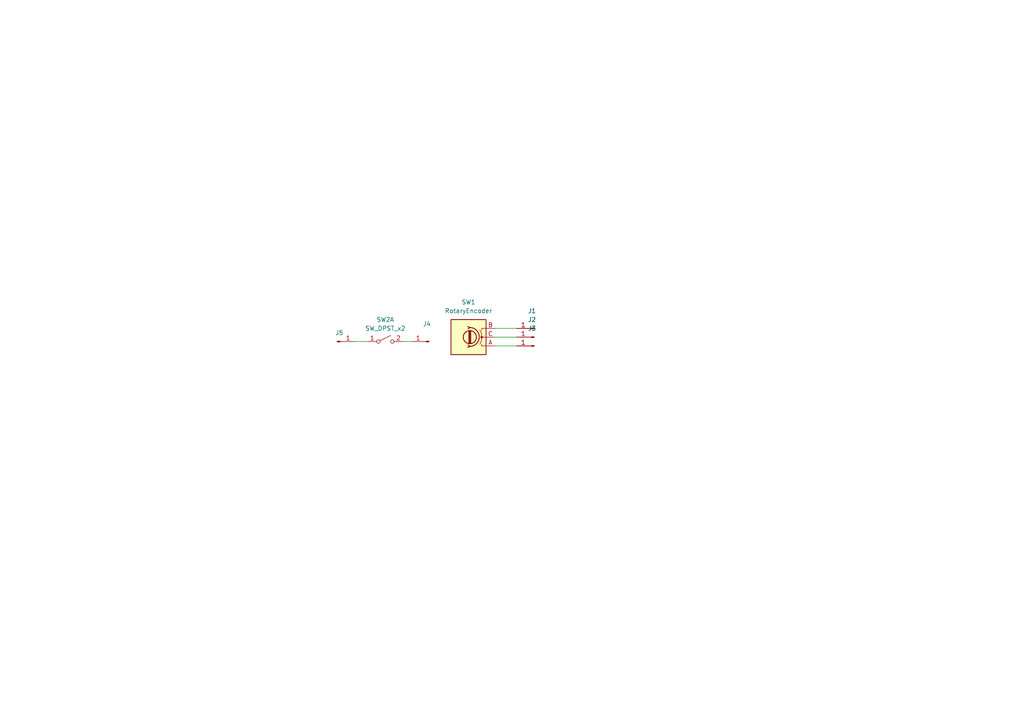
<source format=kicad_sch>
(kicad_sch (version 20231120) (generator "eeschema") (generator_version "8.0")
  (paper "A4")
  (lib_symbols
    (symbol "Connector:Conn_01x01_Pin" (pin_names (offset 1.016) hide)
      (property "Reference" "J" (at 0 2.54 0))
      (property "Value" "Conn_01x01_Pin" (at 0 -2.54 0))
      (symbol "Conn_01x01_Pin_1_1"
        (polyline (pts (xy 1.27 0) (xy 0.8636 0)) (stroke (width 0.1524)))
        (rectangle (start 0.8636 0.127) (end 0 -0.127) (stroke (width 0.1524)) (fill (type outline)))
        (pin passive line (at 5.08 0 180) (length 3.81) (name "Pin_1") (number "1"))
      )
    )
    (symbol "Device:RotaryEncoder" (pin_names (offset 0.254) hide)
      (property "Reference" "SW" (at 0 6.604 0))
      (property "Value" "RotaryEncoder" (at 0 -6.604 0))
      (symbol "RotaryEncoder_0_1"
        (rectangle (start -5.08 5.08) (end 5.08 -5.08) (stroke (width 0.254)) (fill (type background)))
        (circle (center -3.81 0) (radius 0.254) (fill (type outline)))
        (circle (center -0.381 0) (radius 1.905) (stroke (width 0.254)))
        (arc (start -0.381 2.667) (mid -3.0988 -0.0635) (end -0.381 -2.794) (stroke (width 0.254)))
        (polyline (pts (xy -0.635 -1.778) (xy -0.635 1.778)) (stroke (width 0.254)))
        (polyline (pts (xy -0.381 -1.778) (xy -0.381 1.778)) (stroke (width 0.254)))
        (polyline (pts (xy -0.127 1.778) (xy -0.127 -1.778)) (stroke (width 0.254)))
        (polyline (pts (xy -5.08 -2.54) (xy -3.81 -2.54) (xy -3.81 -2.032)))
        (polyline (pts (xy -5.08 2.54) (xy -3.81 2.54) (xy -3.81 2.032)))
        (polyline (pts (xy 0.254 -3.048) (xy -0.508 -2.794) (xy 0.127 -2.413)) (stroke (width 0.254)))
        (polyline (pts (xy 0.254 2.921) (xy -0.508 2.667) (xy 0.127 2.286)) (stroke (width 0.254)))
        (polyline (pts (xy -5.08 0) (xy -3.81 0) (xy -3.81 -1.016) (xy -3.302 -2.032)))
        (polyline (pts (xy -4.318 0) (xy -3.81 0) (xy -3.81 1.016) (xy -3.302 2.032)))
      )
      (symbol "RotaryEncoder_1_1"
        (pin passive line (at -7.62 2.54 0) (length 2.54) (name "A") (number "A"))
        (pin passive line (at -7.62 -2.54 0) (length 2.54) (name "B") (number "B"))
        (pin passive line (at -7.62 0 0) (length 2.54) (name "C") (number "C"))
      )
    )
    (symbol "Switch:SW_DPST_x2" (pin_names (offset 0) hide)
      (property "Reference" "SW" (at 0 3.175 0))
      (property "Value" "SW_DPST_x2" (at 0 -2.54 0))
      (symbol "SW_DPST_x2_0_0"
        (circle (center -2.032 0) (radius 0.508))
        (polyline (pts (xy -1.524 0.254) (xy 1.524 1.778)))
        (circle (center 2.032 0) (radius 0.508))
      )
      (symbol "SW_DPST_x2_1_1"
        (pin passive line (at -5.08 0 0) (length 2.54) (name "A") (number "1"))
        (pin passive line (at 5.08 0 180) (length 2.54) (name "B") (number "2"))
      )
      (symbol "SW_DPST_x2_2_1"
        (pin passive line (at -5.08 0 0) (length 2.54) (name "A") (number "3"))
        (pin passive line (at 5.08 0 180) (length 2.54) (name "B") (number "4"))
      )
    )
  )
  (wire (pts (xy 102.87 99.06) (xy 106.68 99.06)))
  (wire (pts (xy 143.51 100.33) (xy 149.86 100.33)))
  (wire (pts (xy 143.51 95.25) (xy 149.86 95.25)))
  (wire (pts (xy 143.51 97.79) (xy 149.86 97.79)))
  (wire (pts (xy 116.84 99.06) (xy 119.38 99.06)))
  (symbol (lib_id "Device:RotaryEncoder") (at 135.89 97.79 180) (unit 1)
    (property "Reference" "SW1" (at 135.89 87.63 0))
    (property "Value" "RotaryEncoder" (at 135.89 90.17 0))
    (property "Footprint" "CKW12:EC05E1220202" (effects (hide yes)))
    (property "Description" "Rotary encoder, dual channel, incremental quadrate outputs" (effects (hide yes)))
  )
  (symbol (lib_id "Connector:Conn_01x01_Pin") (at 124.46 99.06 180) (unit 1)
    (property "Reference" "J4" (at 123.825 93.98 0))
    (property "Value" "Conn_01x01_Pin" (effects (hide yes)))
    (property "Footprint" "CKW12:my_mount_hole_M2_pad" (effects (hide yes)))
    (property "Description" "Generic connector, single row, 01x01, script generated" (effects (hide yes)))
  )
  (symbol (lib_id "Connector:Conn_01x01_Pin") (at 154.94 95.25 180) (unit 1)
    (property "Reference" "J1" (at 154.305 90.17 0))
    (property "Value" "Conn_01x01_Pin" (effects (hide yes)))
    (property "Footprint" "CKW12:my_mount_hole_M2_pad" (effects (hide yes)))
    (property "Description" "Generic connector, single row, 01x01, script generated" (effects (hide yes)))
  )
  (symbol (lib_id "Connector:Conn_01x01_Pin") (at 154.94 100.33 180) (unit 1)
    (property "Reference" "J3" (at 154.305 95.25 0))
    (property "Value" "Conn_01x01_Pin" (effects (hide yes)))
    (property "Footprint" "CKW12:my_mount_hole_M2_pad" (effects (hide yes)))
    (property "Description" "Generic connector, single row, 01x01, script generated" (effects (hide yes)))
  )
  (symbol (lib_id "Connector:Conn_01x01_Pin") (at 97.79 99.06 0) (unit 1)
    (property "Reference" "J5" (at 98.425 96.52 0))
    (property "Value" "Conn_01x01_Pin" (effects (hide yes)))
    (property "Footprint" "TestPoint:TestPoint_Pad_D2.0mm" (effects (hide yes)))
    (property "Description" "Generic connector, single row, 01x01, script generated" (effects (hide yes)))
  )
  (symbol (lib_id "Switch:SW_DPST_x2") (at 111.76 99.06 0) (unit 1)
    (property "Reference" "SW2" (at 111.76 92.71 0))
    (property "Value" "SW_DPST_x2" (at 111.76 95.25 0))
    (property "Footprint" "CKW12:SKQYACE010" (effects (hide yes)))
    (property "Description" "Single Pole Single Throw (SPST) switch, separate symbol" (effects (hide yes)))
  )
  (symbol (lib_id "Connector:Conn_01x01_Pin") (at 154.94 97.79 180) (unit 1)
    (property "Reference" "J2" (at 154.305 92.71 0))
    (property "Value" "Conn_01x01_Pin" (effects (hide yes)))
    (property "Footprint" "CKW12:my_mount_hole_M2_pad" (effects (hide yes)))
    (property "Description" "Generic connector, single row, 01x01, script generated" (effects (hide yes)))
  )
)
</source>
